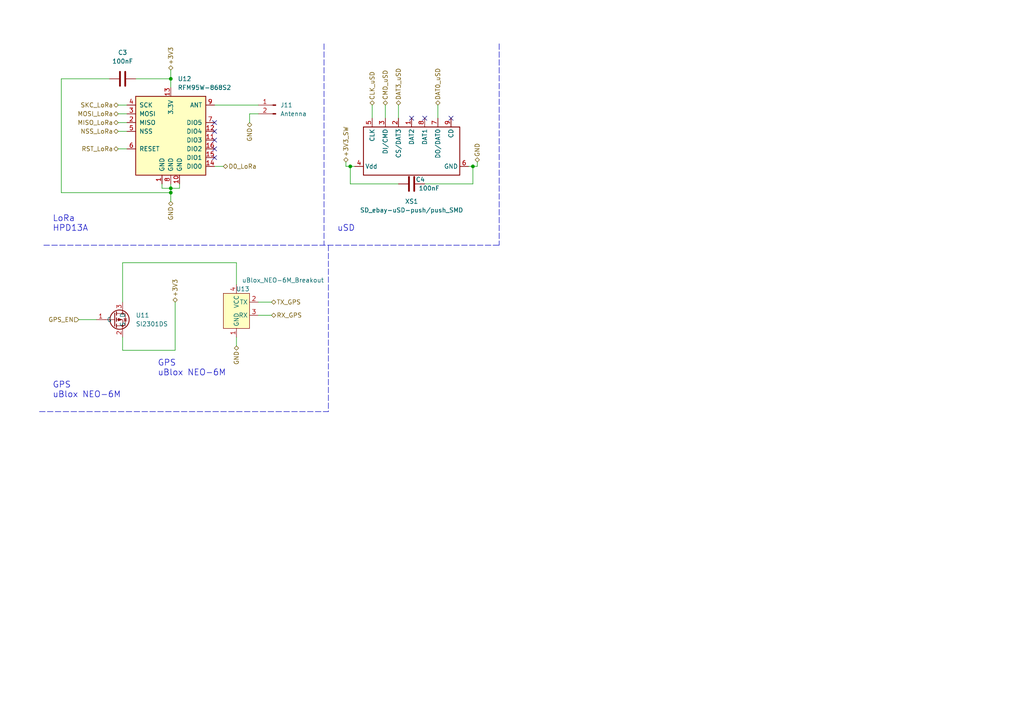
<source format=kicad_sch>
(kicad_sch (version 20211123) (generator eeschema)

  (uuid 758c1513-c11f-43e5-b570-ddb58c741ec0)

  (paper "A4")

  (title_block
    (title "mCALCAN: Placa Telemetria + GPS")
    (date "2022-10-10")
    (rev "3B_FULL")
    (company "gVIE")
    (comment 1 "Colegio: ITS Villada")
    (comment 2 "Córdoba, Argentina")
  )

  (lib_symbols
    (symbol "Connector:Conn_01x02_Male" (pin_names (offset 1.016) hide) (in_bom yes) (on_board yes)
      (property "Reference" "J" (id 0) (at 0 2.54 0)
        (effects (font (size 1.27 1.27)))
      )
      (property "Value" "Conn_01x02_Male" (id 1) (at 0 -5.08 0)
        (effects (font (size 1.27 1.27)))
      )
      (property "Footprint" "" (id 2) (at 0 0 0)
        (effects (font (size 1.27 1.27)) hide)
      )
      (property "Datasheet" "~" (id 3) (at 0 0 0)
        (effects (font (size 1.27 1.27)) hide)
      )
      (property "ki_keywords" "connector" (id 4) (at 0 0 0)
        (effects (font (size 1.27 1.27)) hide)
      )
      (property "ki_description" "Generic connector, single row, 01x02, script generated (kicad-library-utils/schlib/autogen/connector/)" (id 5) (at 0 0 0)
        (effects (font (size 1.27 1.27)) hide)
      )
      (property "ki_fp_filters" "Connector*:*_1x??_*" (id 6) (at 0 0 0)
        (effects (font (size 1.27 1.27)) hide)
      )
      (symbol "Conn_01x02_Male_1_1"
        (polyline
          (pts
            (xy 1.27 -2.54)
            (xy 0.8636 -2.54)
          )
          (stroke (width 0.1524) (type default) (color 0 0 0 0))
          (fill (type none))
        )
        (polyline
          (pts
            (xy 1.27 0)
            (xy 0.8636 0)
          )
          (stroke (width 0.1524) (type default) (color 0 0 0 0))
          (fill (type none))
        )
        (rectangle (start 0.8636 -2.413) (end 0 -2.667)
          (stroke (width 0.1524) (type default) (color 0 0 0 0))
          (fill (type outline))
        )
        (rectangle (start 0.8636 0.127) (end 0 -0.127)
          (stroke (width 0.1524) (type default) (color 0 0 0 0))
          (fill (type outline))
        )
        (pin passive line (at 5.08 0 180) (length 3.81)
          (name "Pin_1" (effects (font (size 1.27 1.27))))
          (number "1" (effects (font (size 1.27 1.27))))
        )
        (pin passive line (at 5.08 -2.54 180) (length 3.81)
          (name "Pin_2" (effects (font (size 1.27 1.27))))
          (number "2" (effects (font (size 1.27 1.27))))
        )
      )
    )
    (symbol "Device:C" (pin_numbers hide) (pin_names (offset 0.254)) (in_bom yes) (on_board yes)
      (property "Reference" "C" (id 0) (at 0.635 2.54 0)
        (effects (font (size 1.27 1.27)) (justify left))
      )
      (property "Value" "C" (id 1) (at 0.635 -2.54 0)
        (effects (font (size 1.27 1.27)) (justify left))
      )
      (property "Footprint" "" (id 2) (at 0.9652 -3.81 0)
        (effects (font (size 1.27 1.27)) hide)
      )
      (property "Datasheet" "~" (id 3) (at 0 0 0)
        (effects (font (size 1.27 1.27)) hide)
      )
      (property "ki_keywords" "cap capacitor" (id 4) (at 0 0 0)
        (effects (font (size 1.27 1.27)) hide)
      )
      (property "ki_description" "Unpolarized capacitor" (id 5) (at 0 0 0)
        (effects (font (size 1.27 1.27)) hide)
      )
      (property "ki_fp_filters" "C_*" (id 6) (at 0 0 0)
        (effects (font (size 1.27 1.27)) hide)
      )
      (symbol "C_0_1"
        (polyline
          (pts
            (xy -2.032 -0.762)
            (xy 2.032 -0.762)
          )
          (stroke (width 0.508) (type default) (color 0 0 0 0))
          (fill (type none))
        )
        (polyline
          (pts
            (xy -2.032 0.762)
            (xy 2.032 0.762)
          )
          (stroke (width 0.508) (type default) (color 0 0 0 0))
          (fill (type none))
        )
      )
      (symbol "C_1_1"
        (pin passive line (at 0 3.81 270) (length 2.794)
          (name "~" (effects (font (size 1.27 1.27))))
          (number "1" (effects (font (size 1.27 1.27))))
        )
        (pin passive line (at 0 -3.81 90) (length 2.794)
          (name "~" (effects (font (size 1.27 1.27))))
          (number "2" (effects (font (size 1.27 1.27))))
        )
      )
    )
    (symbol "RF_Module:RFM95W-868S2" (pin_names (offset 1.016)) (in_bom yes) (on_board yes)
      (property "Reference" "U" (id 0) (at -10.414 11.684 0)
        (effects (font (size 1.27 1.27)) (justify left))
      )
      (property "Value" "RFM95W-868S2" (id 1) (at 1.524 11.43 0)
        (effects (font (size 1.27 1.27)) (justify left))
      )
      (property "Footprint" "" (id 2) (at -83.82 41.91 0)
        (effects (font (size 1.27 1.27)) hide)
      )
      (property "Datasheet" "https://www.hoperf.com/data/upload/portal/20181127/5bfcbea20e9ef.pdf" (id 3) (at -83.82 41.91 0)
        (effects (font (size 1.27 1.27)) hide)
      )
      (property "ki_keywords" "Low power long range transceiver module" (id 4) (at 0 0 0)
        (effects (font (size 1.27 1.27)) hide)
      )
      (property "ki_description" "Low power long range transceiver module, SPI and parallel interface, 868 MHz, spreading factor 6 to12, bandwith 7.8 to 500kHz, -111 to -148 dBm, SMD-16, DIP-16" (id 5) (at 0 0 0)
        (effects (font (size 1.27 1.27)) hide)
      )
      (property "ki_fp_filters" "HOPERF*RFM9XW*" (id 6) (at 0 0 0)
        (effects (font (size 1.27 1.27)) hide)
      )
      (symbol "RFM95W-868S2_0_1"
        (rectangle (start -10.16 10.16) (end 10.16 -12.7)
          (stroke (width 0.254) (type default) (color 0 0 0 0))
          (fill (type background))
        )
      )
      (symbol "RFM95W-868S2_1_1"
        (pin power_in line (at -2.54 -15.24 90) (length 2.54)
          (name "GND" (effects (font (size 1.27 1.27))))
          (number "1" (effects (font (size 1.27 1.27))))
        )
        (pin power_in line (at 2.54 -15.24 90) (length 2.54)
          (name "GND" (effects (font (size 1.27 1.27))))
          (number "10" (effects (font (size 1.27 1.27))))
        )
        (pin bidirectional line (at 12.7 -2.54 180) (length 2.54)
          (name "DIO3" (effects (font (size 1.27 1.27))))
          (number "11" (effects (font (size 1.27 1.27))))
        )
        (pin bidirectional line (at 12.7 0 180) (length 2.54)
          (name "DIO4" (effects (font (size 1.27 1.27))))
          (number "12" (effects (font (size 1.27 1.27))))
        )
        (pin power_in line (at 0 12.7 270) (length 2.54)
          (name "3.3V" (effects (font (size 1.27 1.27))))
          (number "13" (effects (font (size 1.27 1.27))))
        )
        (pin bidirectional line (at 12.7 -10.16 180) (length 2.54)
          (name "DIO0" (effects (font (size 1.27 1.27))))
          (number "14" (effects (font (size 1.27 1.27))))
        )
        (pin bidirectional line (at 12.7 -7.62 180) (length 2.54)
          (name "DIO1" (effects (font (size 1.27 1.27))))
          (number "15" (effects (font (size 1.27 1.27))))
        )
        (pin bidirectional line (at 12.7 -5.08 180) (length 2.54)
          (name "DIO2" (effects (font (size 1.27 1.27))))
          (number "16" (effects (font (size 1.27 1.27))))
        )
        (pin output line (at -12.7 2.54 0) (length 2.54)
          (name "MISO" (effects (font (size 1.27 1.27))))
          (number "2" (effects (font (size 1.27 1.27))))
        )
        (pin input line (at -12.7 5.08 0) (length 2.54)
          (name "MOSI" (effects (font (size 1.27 1.27))))
          (number "3" (effects (font (size 1.27 1.27))))
        )
        (pin input line (at -12.7 7.62 0) (length 2.54)
          (name "SCK" (effects (font (size 1.27 1.27))))
          (number "4" (effects (font (size 1.27 1.27))))
        )
        (pin input line (at -12.7 0 0) (length 2.54)
          (name "NSS" (effects (font (size 1.27 1.27))))
          (number "5" (effects (font (size 1.27 1.27))))
        )
        (pin bidirectional line (at -12.7 -5.08 0) (length 2.54)
          (name "RESET" (effects (font (size 1.27 1.27))))
          (number "6" (effects (font (size 1.27 1.27))))
        )
        (pin bidirectional line (at 12.7 2.54 180) (length 2.54)
          (name "DIO5" (effects (font (size 1.27 1.27))))
          (number "7" (effects (font (size 1.27 1.27))))
        )
        (pin power_in line (at 0 -15.24 90) (length 2.54)
          (name "GND" (effects (font (size 1.27 1.27))))
          (number "8" (effects (font (size 1.27 1.27))))
        )
        (pin bidirectional line (at 12.7 7.62 180) (length 2.54)
          (name "ANT" (effects (font (size 1.27 1.27))))
          (number "9" (effects (font (size 1.27 1.27))))
        )
      )
    )
    (symbol "mCALCAN_lib:SD_ebay-uSD-push{brace}slash}push_SMD" (in_bom yes) (on_board yes)
      (property "Reference" "XS" (id 0) (at 5.715 -14.605 0)
        (effects (font (size 1.27 1.27)))
      )
      (property "Value" "SD_ebay-uSD-push{brace}slash}push_SMD" (id 1) (at -8.255 0 90)
        (effects (font (size 1.27 1.27)))
      )
      (property "Footprint" "Connectors:Conn_uSDcard" (id 2) (at 0 0 0)
        (effects (font (size 0.254 0.254)) hide)
      )
      (property "Datasheet" "_" (id 3) (at 0 0 0)
        (effects (font (size 0.254 0.254)) hide)
      )
      (property "Manf#" "_" (id 4) (at 0 0 0)
        (effects (font (size 0.254 0.254)) hide)
      )
      (property "Manf" "ebay" (id 5) (at 0 0 0)
        (effects (font (size 0.254 0.254)) hide)
      )
      (symbol "SD_ebay-uSD-push{brace}slash}push_SMD_0_0"
        (rectangle (start -6.35 13.97) (end 7.62 -13.97)
          (stroke (width 0.254) (type default) (color 0 0 0 0))
          (fill (type none))
        )
      )
      (symbol "SD_ebay-uSD-push{brace}slash}push_SMD_1_1"
        (pin bidirectional line (at 10.16 0 180) (length 2.54)
          (name "DAT2" (effects (font (size 1.27 1.27))))
          (number "1" (effects (font (size 1.27 1.27))))
        )
        (pin input line (at 10.16 3.81 180) (length 2.54)
          (name "CS/DAT3" (effects (font (size 1.27 1.27))))
          (number "2" (effects (font (size 1.27 1.27))))
        )
        (pin input line (at 10.16 7.62 180) (length 2.54)
          (name "DI/CMD" (effects (font (size 1.27 1.27))))
          (number "3" (effects (font (size 1.27 1.27))))
        )
        (pin input line (at -3.81 16.51 270) (length 2.54)
          (name "Vdd" (effects (font (size 1.27 1.27))))
          (number "4" (effects (font (size 1.27 1.27))))
        )
        (pin input line (at 10.16 11.43 180) (length 2.54)
          (name "CLK" (effects (font (size 1.27 1.27))))
          (number "5" (effects (font (size 1.27 1.27))))
        )
        (pin input line (at -3.81 -16.51 90) (length 2.54)
          (name "GND" (effects (font (size 1.27 1.27))))
          (number "6" (effects (font (size 1.27 1.27))))
        )
        (pin input line (at 10.16 -7.62 180) (length 2.54)
          (name "DO/DAT0" (effects (font (size 1.27 1.27))))
          (number "7" (effects (font (size 1.27 1.27))))
        )
        (pin bidirectional line (at 10.16 -3.81 180) (length 2.54)
          (name "DAT1" (effects (font (size 1.27 1.27))))
          (number "8" (effects (font (size 1.27 1.27))))
        )
        (pin input line (at 10.16 -11.43 180) (length 2.54)
          (name "CD" (effects (font (size 1.27 1.27))))
          (number "9" (effects (font (size 1.27 1.27))))
        )
      )
    )
    (symbol "mCALCAN_lib:SI2301DS" (in_bom yes) (on_board yes)
      (property "Reference" "U" (id 0) (at 2.54 -1.27 0)
        (effects (font (size 1.27 1.27)))
      )
      (property "Value" "SI2301DS" (id 1) (at 6.35 1.27 0)
        (effects (font (size 1.27 1.27)))
      )
      (property "Footprint" "" (id 2) (at 0 12.7 0)
        (effects (font (size 1.27 1.27)) hide)
      )
      (property "Datasheet" "" (id 3) (at 0 12.7 0)
        (effects (font (size 1.27 1.27)) hide)
      )
      (symbol "SI2301DS_0_1"
        (circle (center -0.889 0) (radius 2.794)
          (stroke (width 0.254) (type default) (color 0 0 0 0))
          (fill (type none))
        )
        (circle (center 0 -1.778) (radius 0.254)
          (stroke (width 0) (type default) (color 0 0 0 0))
          (fill (type outline))
        )
        (polyline
          (pts
            (xy -2.286 0)
            (xy -5.08 0)
          )
          (stroke (width 0) (type default) (color 0 0 0 0))
          (fill (type none))
        )
        (polyline
          (pts
            (xy -2.286 1.905)
            (xy -2.286 -1.905)
          )
          (stroke (width 0.254) (type default) (color 0 0 0 0))
          (fill (type none))
        )
        (polyline
          (pts
            (xy -1.778 -1.27)
            (xy -1.778 -2.286)
          )
          (stroke (width 0.254) (type default) (color 0 0 0 0))
          (fill (type none))
        )
        (polyline
          (pts
            (xy -1.778 0.508)
            (xy -1.778 -0.508)
          )
          (stroke (width 0.254) (type default) (color 0 0 0 0))
          (fill (type none))
        )
        (polyline
          (pts
            (xy -1.778 2.286)
            (xy -1.778 1.27)
          )
          (stroke (width 0.254) (type default) (color 0 0 0 0))
          (fill (type none))
        )
        (polyline
          (pts
            (xy 0 2.54)
            (xy 0 1.778)
          )
          (stroke (width 0) (type default) (color 0 0 0 0))
          (fill (type none))
        )
        (polyline
          (pts
            (xy 0 -2.54)
            (xy 0 0)
            (xy -1.778 0)
          )
          (stroke (width 0) (type default) (color 0 0 0 0))
          (fill (type none))
        )
        (polyline
          (pts
            (xy -1.778 1.778)
            (xy 0.762 1.778)
            (xy 0.762 -1.778)
            (xy -1.778 -1.778)
          )
          (stroke (width 0) (type default) (color 0 0 0 0))
          (fill (type none))
        )
        (polyline
          (pts
            (xy -0.254 0)
            (xy -1.27 0.381)
            (xy -1.27 -0.381)
            (xy -0.254 0)
          )
          (stroke (width 0) (type default) (color 0 0 0 0))
          (fill (type outline))
        )
        (polyline
          (pts
            (xy 0.254 -0.508)
            (xy 0.381 -0.381)
            (xy 1.143 -0.381)
            (xy 1.27 -0.254)
          )
          (stroke (width 0) (type default) (color 0 0 0 0))
          (fill (type none))
        )
        (polyline
          (pts
            (xy 0.762 -0.381)
            (xy 0.381 0.254)
            (xy 1.143 0.254)
            (xy 0.762 -0.381)
          )
          (stroke (width 0) (type default) (color 0 0 0 0))
          (fill (type none))
        )
        (circle (center 0 1.778) (radius 0.254)
          (stroke (width 0) (type default) (color 0 0 0 0))
          (fill (type outline))
        )
      )
      (symbol "SI2301DS_1_1"
        (pin input line (at -7.62 0 0) (length 2.54)
          (name "G" (effects (font (size 1.27 1.27))))
          (number "1" (effects (font (size 1.27 1.27))))
        )
        (pin passive line (at 0 -5.08 90) (length 2.54)
          (name "S" (effects (font (size 1.27 1.27))))
          (number "2" (effects (font (size 1.27 1.27))))
        )
        (pin passive line (at 0 5.08 270) (length 2.54)
          (name "D" (effects (font (size 1.27 1.27))))
          (number "3" (effects (font (size 1.27 1.27))))
        )
      )
    )
    (symbol "mCALCAN_lib:uBlox_NEO-6M_Breakout" (in_bom yes) (on_board yes)
      (property "Reference" "U" (id 0) (at 2.54 8.89 0)
        (effects (font (size 1.27 1.27)))
      )
      (property "Value" "uBlox_NEO-6M_Breakout" (id 1) (at 12.7 11.43 0)
        (effects (font (size 1.27 1.27)))
      )
      (property "Footprint" "" (id 2) (at -1.27 2.54 0)
        (effects (font (size 1.27 1.27)) hide)
      )
      (property "Datasheet" "" (id 3) (at -1.27 2.54 0)
        (effects (font (size 1.27 1.27)) hide)
      )
      (symbol "uBlox_NEO-6M_Breakout_0_1"
        (rectangle (start -3.81 5.08) (end 3.81 -5.08)
          (stroke (width 0) (type default) (color 0 0 0 0))
          (fill (type background))
        )
      )
      (symbol "uBlox_NEO-6M_Breakout_1_1"
        (pin power_in line (at 0 -7.62 90) (length 2.54)
          (name "GND" (effects (font (size 1.27 1.27))))
          (number "1" (effects (font (size 1.27 1.27))))
        )
        (pin output line (at 6.35 2.54 180) (length 2.54)
          (name "TX" (effects (font (size 1.27 1.27))))
          (number "2" (effects (font (size 1.27 1.27))))
        )
        (pin input line (at 6.35 -1.27 180) (length 2.54)
          (name "RX" (effects (font (size 1.27 1.27))))
          (number "3" (effects (font (size 1.27 1.27))))
        )
        (pin power_in line (at 0 7.62 270) (length 2.54)
          (name "VCC" (effects (font (size 1.27 1.27))))
          (number "4" (effects (font (size 1.27 1.27))))
        )
      )
    )
  )

  (junction (at 101.6 48.26) (diameter 0) (color 0 0 0 0)
    (uuid 218c6066-3e59-46da-8c69-fffecc55d6eb)
  )
  (junction (at 49.53 22.86) (diameter 0) (color 0 0 0 0)
    (uuid 2d0f3877-5610-436f-ae3f-24fe5706ae72)
  )
  (junction (at 137.16 48.26) (diameter 0) (color 0 0 0 0)
    (uuid 69ae0676-0d26-4d62-8d9e-b3035e2bd553)
  )
  (junction (at 49.53 54.61) (diameter 0) (color 0 0 0 0)
    (uuid 707be7ae-ec59-4204-81af-48212717dd9d)
  )
  (junction (at 49.53 55.88) (diameter 0) (color 0 0 0 0)
    (uuid b81f39b6-71dd-4452-999c-769d301895a9)
  )

  (no_connect (at 130.81 34.29) (uuid 1209f6e3-0717-4a17-be6e-4e41f84c346a))
  (no_connect (at 123.19 34.29) (uuid 1209f6e3-0717-4a17-be6e-4e41f84c346b))
  (no_connect (at 119.38 34.29) (uuid 1209f6e3-0717-4a17-be6e-4e41f84c346c))
  (no_connect (at 62.23 38.1) (uuid d273ebb3-58e8-45af-b8b6-fd97c97cb960))
  (no_connect (at 62.23 45.72) (uuid d273ebb3-58e8-45af-b8b6-fd97c97cb961))
  (no_connect (at 62.23 43.18) (uuid d273ebb3-58e8-45af-b8b6-fd97c97cb962))
  (no_connect (at 62.23 40.64) (uuid d273ebb3-58e8-45af-b8b6-fd97c97cb963))
  (no_connect (at 62.23 35.56) (uuid d273ebb3-58e8-45af-b8b6-fd97c97cb964))

  (wire (pts (xy 127 30.48) (xy 127 34.29))
    (stroke (width 0) (type default) (color 0 0 0 0))
    (uuid 183a4682-212c-4139-98d9-dd373c929022)
  )
  (wire (pts (xy 74.93 91.44) (xy 78.74 91.44))
    (stroke (width 0) (type default) (color 0 0 0 0))
    (uuid 1975351b-840b-4e5f-a725-d2893858f872)
  )
  (wire (pts (xy 17.78 22.86) (xy 17.78 55.88))
    (stroke (width 0) (type default) (color 0 0 0 0))
    (uuid 1e32fdd4-2ea9-46c3-89a3-f85ba59f5250)
  )
  (wire (pts (xy 72.39 33.02) (xy 74.93 33.02))
    (stroke (width 0) (type default) (color 0 0 0 0))
    (uuid 1e977860-7a58-46ec-bb32-dd58c25dfb86)
  )
  (wire (pts (xy 46.99 53.34) (xy 46.99 54.61))
    (stroke (width 0) (type default) (color 0 0 0 0))
    (uuid 2f2c4ad9-ddb8-41ec-98d7-f76dea5d254d)
  )
  (wire (pts (xy 35.56 87.63) (xy 35.56 76.2))
    (stroke (width 0) (type default) (color 0 0 0 0))
    (uuid 33c0f721-931e-48dd-a521-0ea8ec3da03b)
  )
  (wire (pts (xy 49.53 54.61) (xy 49.53 55.88))
    (stroke (width 0) (type default) (color 0 0 0 0))
    (uuid 371a7746-8ef5-436c-8d45-285e2c456764)
  )
  (wire (pts (xy 74.93 87.63) (xy 78.74 87.63))
    (stroke (width 0) (type default) (color 0 0 0 0))
    (uuid 3761cd20-c69a-474c-91fc-894b62d3ac1f)
  )
  (polyline (pts (xy 11.43 119.38) (xy 95.25 119.38))
    (stroke (width 0) (type default) (color 0 0 0 0))
    (uuid 391d3cd7-cfd2-4dc7-af8f-00bfa6475b6a)
  )

  (wire (pts (xy 115.57 53.34) (xy 101.6 53.34))
    (stroke (width 0) (type default) (color 0 0 0 0))
    (uuid 39ae6786-1ccc-4387-8a90-d057179584b7)
  )
  (wire (pts (xy 72.39 35.56) (xy 72.39 33.02))
    (stroke (width 0) (type default) (color 0 0 0 0))
    (uuid 3f1c32d6-8baf-47bf-ab07-987b0b0cf9eb)
  )
  (wire (pts (xy 35.56 97.79) (xy 35.56 101.6))
    (stroke (width 0) (type default) (color 0 0 0 0))
    (uuid 4059b87d-4d5a-489a-9495-a9fda3e3ab86)
  )
  (wire (pts (xy 138.43 48.26) (xy 138.43 46.99))
    (stroke (width 0) (type default) (color 0 0 0 0))
    (uuid 426a155d-7092-4564-9d7f-7ed9e6bc5b0b)
  )
  (wire (pts (xy 101.6 48.26) (xy 100.33 48.26))
    (stroke (width 0) (type default) (color 0 0 0 0))
    (uuid 481a49ac-f171-45d4-a3bc-b8a87a6c9581)
  )
  (wire (pts (xy 34.29 35.56) (xy 36.83 35.56))
    (stroke (width 0) (type default) (color 0 0 0 0))
    (uuid 5df0fc77-5063-4c21-a898-daf5f0c7d126)
  )
  (polyline (pts (xy 93.98 12.7) (xy 93.98 71.12))
    (stroke (width 0) (type default) (color 0 0 0 0))
    (uuid 624d7dfe-b62c-43d1-be54-9365187252a4)
  )

  (wire (pts (xy 62.23 48.26) (xy 64.77 48.26))
    (stroke (width 0) (type default) (color 0 0 0 0))
    (uuid 63dee9bd-446f-4230-bf8f-7f4e2a6eef44)
  )
  (polyline (pts (xy 144.78 12.7) (xy 144.78 71.12))
    (stroke (width 0) (type default) (color 0 0 0 0))
    (uuid 668b02e0-6d65-4bd5-abac-2463b7559f01)
  )

  (wire (pts (xy 34.29 30.48) (xy 36.83 30.48))
    (stroke (width 0) (type default) (color 0 0 0 0))
    (uuid 675528d0-3b42-497f-a17f-2fa4481a1833)
  )
  (wire (pts (xy 101.6 53.34) (xy 101.6 48.26))
    (stroke (width 0) (type default) (color 0 0 0 0))
    (uuid 675bf47d-8890-4d06-bdc0-13e1a2df5221)
  )
  (wire (pts (xy 49.53 55.88) (xy 49.53 58.42))
    (stroke (width 0) (type default) (color 0 0 0 0))
    (uuid 68f4c20f-1f3c-4fbc-99a9-62d9c4f6d1f6)
  )
  (wire (pts (xy 46.99 54.61) (xy 49.53 54.61))
    (stroke (width 0) (type default) (color 0 0 0 0))
    (uuid 83f0f365-73b6-47ab-b952-7aa99e561e31)
  )
  (wire (pts (xy 62.23 30.48) (xy 74.93 30.48))
    (stroke (width 0) (type default) (color 0 0 0 0))
    (uuid 880d3d91-ade7-4187-9d33-410e1d3aba53)
  )
  (wire (pts (xy 111.76 30.48) (xy 111.76 34.29))
    (stroke (width 0) (type default) (color 0 0 0 0))
    (uuid 9446be58-5835-4d9d-89d1-21d29a7b00f2)
  )
  (wire (pts (xy 68.58 97.79) (xy 68.58 100.33))
    (stroke (width 0) (type default) (color 0 0 0 0))
    (uuid 94e6e37a-59f7-4736-a426-22176fa688e9)
  )
  (wire (pts (xy 100.33 48.26) (xy 100.33 46.99))
    (stroke (width 0) (type default) (color 0 0 0 0))
    (uuid a17e794b-ab12-4576-aaa5-d5edba73a1b7)
  )
  (wire (pts (xy 68.58 76.2) (xy 68.58 82.55))
    (stroke (width 0) (type default) (color 0 0 0 0))
    (uuid a486cb51-310a-459c-8338-17c76fedc838)
  )
  (wire (pts (xy 35.56 76.2) (xy 68.58 76.2))
    (stroke (width 0) (type default) (color 0 0 0 0))
    (uuid a99b44d5-9ab2-44c7-8c29-32ab82ed8ef7)
  )
  (wire (pts (xy 49.53 22.86) (xy 49.53 25.4))
    (stroke (width 0) (type default) (color 0 0 0 0))
    (uuid ab3eb8f7-f0aa-47d8-a1b0-89d761c9401b)
  )
  (wire (pts (xy 22.86 92.71) (xy 27.94 92.71))
    (stroke (width 0) (type default) (color 0 0 0 0))
    (uuid adf2a47c-04aa-44a8-8f44-681b56faefb7)
  )
  (wire (pts (xy 102.87 48.26) (xy 101.6 48.26))
    (stroke (width 0) (type default) (color 0 0 0 0))
    (uuid bb704cfe-fafe-4bc3-b193-c9ef529b98df)
  )
  (wire (pts (xy 123.19 53.34) (xy 137.16 53.34))
    (stroke (width 0) (type default) (color 0 0 0 0))
    (uuid c1d9f4d1-14b5-4306-933b-3f26f7e9b197)
  )
  (wire (pts (xy 49.53 53.34) (xy 49.53 54.61))
    (stroke (width 0) (type default) (color 0 0 0 0))
    (uuid c3a66a4f-1f72-4e4d-8481-2a54010b1c2f)
  )
  (wire (pts (xy 137.16 48.26) (xy 138.43 48.26))
    (stroke (width 0) (type default) (color 0 0 0 0))
    (uuid c4c8a6f0-5d6f-45e8-baed-6092ebb5d574)
  )
  (wire (pts (xy 107.95 30.48) (xy 107.95 34.29))
    (stroke (width 0) (type default) (color 0 0 0 0))
    (uuid ccaf20dc-b73e-4695-b776-ff9d38ab6fbf)
  )
  (wire (pts (xy 35.56 101.6) (xy 50.8 101.6))
    (stroke (width 0) (type default) (color 0 0 0 0))
    (uuid d3993c67-ce11-4c8c-8f50-426276675c4a)
  )
  (wire (pts (xy 135.89 48.26) (xy 137.16 48.26))
    (stroke (width 0) (type default) (color 0 0 0 0))
    (uuid d53d50b5-8de4-4177-ad05-e50e115fe166)
  )
  (wire (pts (xy 115.57 30.48) (xy 115.57 34.29))
    (stroke (width 0) (type default) (color 0 0 0 0))
    (uuid da0187e6-aab7-45c6-9bad-3044d0834bea)
  )
  (wire (pts (xy 52.07 54.61) (xy 49.53 54.61))
    (stroke (width 0) (type default) (color 0 0 0 0))
    (uuid db00ab43-2b6c-4667-a6a1-b1030ff5dbb5)
  )
  (wire (pts (xy 49.53 20.32) (xy 49.53 22.86))
    (stroke (width 0) (type default) (color 0 0 0 0))
    (uuid dee864f9-13bf-43c0-9354-5a319af1e92a)
  )
  (wire (pts (xy 34.29 33.02) (xy 36.83 33.02))
    (stroke (width 0) (type default) (color 0 0 0 0))
    (uuid e0340d7d-c7ac-417f-8eb7-950bb6546478)
  )
  (wire (pts (xy 31.75 22.86) (xy 17.78 22.86))
    (stroke (width 0) (type default) (color 0 0 0 0))
    (uuid e09af9eb-89e7-46e0-ae96-e2498a75aa7e)
  )
  (wire (pts (xy 52.07 53.34) (xy 52.07 54.61))
    (stroke (width 0) (type default) (color 0 0 0 0))
    (uuid e21c28bc-4c68-46f5-a52c-274e227dfa91)
  )
  (polyline (pts (xy 95.25 71.12) (xy 95.25 119.38))
    (stroke (width 0) (type default) (color 0 0 0 0))
    (uuid e36ef450-2540-4ce7-a736-370356ff4a60)
  )

  (wire (pts (xy 17.78 55.88) (xy 49.53 55.88))
    (stroke (width 0) (type default) (color 0 0 0 0))
    (uuid e466cd25-a693-4c46-badd-67ce595c652a)
  )
  (wire (pts (xy 39.37 22.86) (xy 49.53 22.86))
    (stroke (width 0) (type default) (color 0 0 0 0))
    (uuid e62b5bf0-bd0a-461c-8eb5-d85b4ced9b68)
  )
  (polyline (pts (xy 12.7 71.12) (xy 144.78 71.12))
    (stroke (width 0) (type default) (color 0 0 0 0))
    (uuid e9470515-ac6b-4e4d-93e4-abb284be5f1b)
  )

  (wire (pts (xy 137.16 53.34) (xy 137.16 48.26))
    (stroke (width 0) (type default) (color 0 0 0 0))
    (uuid ecb51236-e22c-4174-b93b-782efb2b81d3)
  )
  (wire (pts (xy 34.29 38.1) (xy 36.83 38.1))
    (stroke (width 0) (type default) (color 0 0 0 0))
    (uuid eed73140-1556-48a8-acee-65102819c607)
  )
  (wire (pts (xy 34.29 43.18) (xy 36.83 43.18))
    (stroke (width 0) (type default) (color 0 0 0 0))
    (uuid f42b3749-08a9-4de4-b740-dcb21271b8ce)
  )
  (wire (pts (xy 50.8 87.63) (xy 50.8 101.6))
    (stroke (width 0) (type default) (color 0 0 0 0))
    (uuid f9ae2f72-da71-49c4-ae97-f46d1cf2f042)
  )

  (text "GPS\nuBlox NEO-6M" (at 15.24 115.57 0)
    (effects (font (size 1.75 1.75)) (justify left bottom))
    (uuid 0789c018-baf5-4a9a-94f8-ebb91f545f31)
  )
  (text "GPS\nuBlox NEO-6M" (at 45.72 109.22 0)
    (effects (font (size 1.75 1.75)) (justify left bottom))
    (uuid 1d0dd011-4999-4e10-bbcf-4ac5ec568d72)
  )
  (text "LoRa\nHPD13A" (at 15.24 67.31 0)
    (effects (font (size 1.75 1.75)) (justify left bottom))
    (uuid 57af1bcf-0aaa-45dc-8e4e-0044c1b7e4bc)
  )
  (text "uSD" (at 97.79 67.31 0)
    (effects (font (size 1.75 1.75)) (justify left bottom))
    (uuid b03b3205-b36e-4fab-8149-bddfd475722a)
  )

  (hierarchical_label "MISO_LoRa" (shape bidirectional) (at 34.29 35.56 180)
    (effects (font (size 1.27 1.27)) (justify right))
    (uuid 0122d9bb-e82a-49cb-a723-ffa158bfb02a)
  )
  (hierarchical_label "+3V3_SW" (shape bidirectional) (at 100.33 46.99 90)
    (effects (font (size 1.27 1.27)) (justify left))
    (uuid 05971843-437c-4304-8626-882c49f92a6a)
  )
  (hierarchical_label "GND" (shape bidirectional) (at 68.58 100.33 270)
    (effects (font (size 1.27 1.27)) (justify right))
    (uuid 085c4645-6824-4ac0-a05b-747047b61c66)
  )
  (hierarchical_label "RX_GPS" (shape bidirectional) (at 78.74 91.44 0)
    (effects (font (size 1.27 1.27)) (justify left))
    (uuid 2f4c6624-590c-4d54-9c0d-fc2cfd14483f)
  )
  (hierarchical_label "GPS_EN" (shape input) (at 22.86 92.71 180)
    (effects (font (size 1.27 1.27)) (justify right))
    (uuid 2fbc3ed2-3699-4242-b0df-8b10dd12784a)
  )
  (hierarchical_label "+3V3" (shape bidirectional) (at 49.53 20.32 90)
    (effects (font (size 1.27 1.27)) (justify left))
    (uuid 305e4e98-57c7-461a-a079-939837b25242)
  )
  (hierarchical_label "DAT0_uSD" (shape bidirectional) (at 127 30.48 90)
    (effects (font (size 1.27 1.27)) (justify left))
    (uuid 38c7ff25-d798-4753-a865-182f6deeac80)
  )
  (hierarchical_label "MOSI_LoRa" (shape bidirectional) (at 34.29 33.02 180)
    (effects (font (size 1.27 1.27)) (justify right))
    (uuid 39388723-34ea-4503-a5fd-971ba83e4f37)
  )
  (hierarchical_label "DAT3_uSD" (shape bidirectional) (at 115.57 30.48 90)
    (effects (font (size 1.27 1.27)) (justify left))
    (uuid 5d39ec59-43a9-4b75-a6d7-0c36deb171d6)
  )
  (hierarchical_label "+3V3" (shape bidirectional) (at 50.8 87.63 90)
    (effects (font (size 1.27 1.27)) (justify left))
    (uuid 5fd69c79-3a5f-40dc-9f6a-1ac488b928b4)
  )
  (hierarchical_label "NSS_LoRa" (shape bidirectional) (at 34.29 38.1 180)
    (effects (font (size 1.27 1.27)) (justify right))
    (uuid 6bacf595-48c4-429e-8a63-f1f0266c0802)
  )
  (hierarchical_label "TX_GPS" (shape bidirectional) (at 78.74 87.63 0)
    (effects (font (size 1.27 1.27)) (justify left))
    (uuid 7447f5c1-dc73-46c6-82e4-06d8657a6cb6)
  )
  (hierarchical_label "GND" (shape bidirectional) (at 138.43 46.99 90)
    (effects (font (size 1.27 1.27)) (justify left))
    (uuid 76314032-277c-4cee-80d4-6248199c2e67)
  )
  (hierarchical_label "RST_LoRa" (shape bidirectional) (at 34.29 43.18 180)
    (effects (font (size 1.27 1.27)) (justify right))
    (uuid 7efcddde-56d9-4fc4-8ef9-113a03c7ecd0)
  )
  (hierarchical_label "CLK_uSD" (shape bidirectional) (at 107.95 30.48 90)
    (effects (font (size 1.27 1.27)) (justify left))
    (uuid a1ae19f0-6e9b-4e8d-a7b6-a86d690a8f33)
  )
  (hierarchical_label "CMD_uSD" (shape bidirectional) (at 111.76 30.48 90)
    (effects (font (size 1.27 1.27)) (justify left))
    (uuid d90630bd-59a0-4c91-b10f-e87f8b5f1b34)
  )
  (hierarchical_label "GND" (shape bidirectional) (at 49.53 58.42 270)
    (effects (font (size 1.27 1.27)) (justify right))
    (uuid da1dc0ba-157d-4c83-aebe-7d6d1a1a89e5)
  )
  (hierarchical_label "GND" (shape bidirectional) (at 72.39 35.56 270)
    (effects (font (size 1.27 1.27)) (justify right))
    (uuid de02494c-ea82-4b73-9ce4-3bf9451c9a98)
  )
  (hierarchical_label "D0_LoRa" (shape bidirectional) (at 64.77 48.26 0)
    (effects (font (size 1.27 1.27)) (justify left))
    (uuid e172c362-2562-48cb-8eaf-7d5313e9c70a)
  )
  (hierarchical_label "SKC_LoRa" (shape bidirectional) (at 34.29 30.48 180)
    (effects (font (size 1.27 1.27)) (justify right))
    (uuid eb514510-97b1-4ba5-a3d4-51eb4547d69c)
  )

  (symbol (lib_id "Connector:Conn_01x02_Male") (at 80.01 30.48 0) (mirror y) (unit 1)
    (in_bom yes) (on_board yes) (fields_autoplaced)
    (uuid 0f0e0571-3450-4c8c-b101-4a6d2e7728c1)
    (property "Reference" "J11" (id 0) (at 81.28 30.4799 0)
      (effects (font (size 1.27 1.27)) (justify right))
    )
    (property "Value" "Antenna" (id 1) (at 81.28 33.0199 0)
      (effects (font (size 1.27 1.27)) (justify right))
    )
    (property "Footprint" "Connector_Coaxial:U.FL_Molex_MCRF_73412-0110_Vertical" (id 2) (at 80.01 30.48 0)
      (effects (font (size 1.27 1.27)) hide)
    )
    (property "Datasheet" "~" (id 3) (at 80.01 30.48 0)
      (effects (font (size 1.27 1.27)) hide)
    )
    (pin "1" (uuid f0847d95-5bc5-45c0-96be-f6906ca18371))
    (pin "2" (uuid 5cdc482c-f8e5-496d-9858-83b26d501326))
  )

  (symbol (lib_id "Device:C") (at 35.56 22.86 90) (unit 1)
    (in_bom yes) (on_board yes) (fields_autoplaced)
    (uuid 544c09fd-e5f9-4f3d-a50a-9f515f63c96d)
    (property "Reference" "C3" (id 0) (at 35.56 15.24 90))
    (property "Value" "100nF" (id 1) (at 35.56 17.78 90))
    (property "Footprint" "Capacitor_SMD:C_0805_2012Metric_Pad1.18x1.45mm_HandSolder" (id 2) (at 39.37 21.8948 0)
      (effects (font (size 1.27 1.27)) hide)
    )
    (property "Datasheet" "~" (id 3) (at 35.56 22.86 0)
      (effects (font (size 1.27 1.27)) hide)
    )
    (pin "1" (uuid 8e3578fd-03be-4121-8517-a0591c50e0a1))
    (pin "2" (uuid 66ebf760-90b6-47d1-a10f-275435deb7f1))
  )

  (symbol (lib_id "mCALCAN_lib:SI2301DS") (at 35.56 92.71 0) (unit 1)
    (in_bom yes) (on_board yes) (fields_autoplaced)
    (uuid 5d299271-e559-4018-9032-dae8390d8c16)
    (property "Reference" "U11" (id 0) (at 39.37 91.4399 0)
      (effects (font (size 1.27 1.27)) (justify left))
    )
    (property "Value" "SI2301DS" (id 1) (at 39.37 93.9799 0)
      (effects (font (size 1.27 1.27)) (justify left))
    )
    (property "Footprint" "Package_TO_SOT_SMD:SOT-23" (id 2) (at 35.56 80.01 0)
      (effects (font (size 1.27 1.27)) hide)
    )
    (property "Datasheet" "" (id 3) (at 35.56 80.01 0)
      (effects (font (size 1.27 1.27)) hide)
    )
    (pin "1" (uuid 131edef7-64c2-458c-a768-2d77651e4199))
    (pin "2" (uuid e640bc5e-5816-4a64-bc0c-6052fbd782fe))
    (pin "3" (uuid 328c81a0-0db3-4739-add5-70a38270d5c4))
  )

  (symbol (lib_id "RF_Module:RFM95W-868S2") (at 49.53 38.1 0) (unit 1)
    (in_bom yes) (on_board yes) (fields_autoplaced)
    (uuid 829dcda0-75d1-4775-a6fe-1d11c63bf363)
    (property "Reference" "U12" (id 0) (at 51.5494 22.86 0)
      (effects (font (size 1.27 1.27)) (justify left))
    )
    (property "Value" "RFM95W-868S2" (id 1) (at 51.5494 25.4 0)
      (effects (font (size 1.27 1.27)) (justify left))
    )
    (property "Footprint" "RF_Module:HOPERF_RFM9XW_SMD" (id 2) (at -34.29 -3.81 0)
      (effects (font (size 1.27 1.27)) hide)
    )
    (property "Datasheet" "https://www.hoperf.com/data/upload/portal/20181127/5bfcbea20e9ef.pdf" (id 3) (at -34.29 -3.81 0)
      (effects (font (size 1.27 1.27)) hide)
    )
    (pin "1" (uuid 1b0c30e5-c525-4b1a-9539-bd22b90ad830))
    (pin "10" (uuid aab5082c-5db0-4579-bc7f-5e27752607d0))
    (pin "11" (uuid 0a211f0d-3ad3-4894-acdf-cd1572427048))
    (pin "12" (uuid 1eacb784-c258-47a7-b77a-15e0f93e62a5))
    (pin "13" (uuid 8e68f3f0-d431-4346-970c-53c8023fa28f))
    (pin "14" (uuid 8245fc60-059f-4185-81db-cae7ca624c64))
    (pin "15" (uuid 944f5e9f-0efd-4268-9de0-5834d05aee60))
    (pin "16" (uuid 254d2c66-4ca0-4c60-bd20-a34f53c2376a))
    (pin "2" (uuid c768d456-ffb6-4cee-bf28-20b0bc9c48d7))
    (pin "3" (uuid 40a94cfa-b19f-469b-a628-279d97a530b4))
    (pin "4" (uuid 0456e416-586c-4d48-afc2-32a3f2794ca8))
    (pin "5" (uuid 9b682a0e-774a-4d01-92ab-e982697fec07))
    (pin "6" (uuid 0b9aeaaa-31db-454a-bc60-dfebe2430788))
    (pin "7" (uuid d645fac6-9c23-465a-9a83-619bc296f869))
    (pin "8" (uuid f54f4afb-cd68-474e-9399-a4b1988490af))
    (pin "9" (uuid c0fddf97-da5c-4899-9d44-17d5171de793))
  )

  (symbol (lib_id "mCALCAN_lib:SD_ebay-uSD-push{brace}slash}push_SMD") (at 119.38 44.45 90) (unit 1)
    (in_bom yes) (on_board yes)
    (uuid 967d0636-c80a-431d-8e9a-77b9caba64a6)
    (property "Reference" "XS1" (id 0) (at 119.38 58.42 90))
    (property "Value" "SD_ebay-uSD-push{slash}push_SMD" (id 1) (at 119.38 60.96 90))
    (property "Footprint" "mCALCAN_lib:Conn_uSDcard" (id 2) (at 119.38 44.45 0)
      (effects (font (size 0.254 0.254)) hide)
    )
    (property "Datasheet" "_" (id 3) (at 119.38 44.45 0)
      (effects (font (size 0.254 0.254)) hide)
    )
    (property "Manf#" "_" (id 4) (at 119.38 44.45 0)
      (effects (font (size 0.254 0.254)) hide)
    )
    (property "Manf" "ebay" (id 5) (at 119.38 44.45 0)
      (effects (font (size 0.254 0.254)) hide)
    )
    (pin "1" (uuid adae7ff4-83ba-46d2-97f0-2b18749c50de))
    (pin "2" (uuid 1881d210-33ab-42c2-be0a-c26640821bbe))
    (pin "3" (uuid 6b89319e-65d9-447a-8758-68d2df5e8192))
    (pin "4" (uuid 2f84f3bc-a96a-4196-97c4-48051a44d2d0))
    (pin "5" (uuid ebe695b9-a476-4700-87cd-e9e4f754bc14))
    (pin "6" (uuid ff541d2c-961a-4852-aa99-cffe0be965a0))
    (pin "7" (uuid 5e480baa-98c4-4d28-88a0-17185cea8c9c))
    (pin "8" (uuid f002df1d-bd39-4b4f-88ed-251557e7aff2))
    (pin "9" (uuid b13654cb-b46f-4daa-9459-ec591c14a566))
  )

  (symbol (lib_id "mCALCAN_lib:uBlox_NEO-6M_Breakout") (at 68.58 90.17 0) (unit 1)
    (in_bom yes) (on_board yes)
    (uuid c4387050-783c-46a5-9b18-685024ac24f0)
    (property "Reference" "U13" (id 0) (at 72.39 83.82 0)
      (effects (font (size 1.27 1.27)) (justify right))
    )
    (property "Value" "uBlox_NEO-6M_Breakout" (id 1) (at 93.98 81.28 0)
      (effects (font (size 1.27 1.27)) (justify right))
    )
    (property "Footprint" "mCALCAN_lib:uBlox-NEO-6M_Breakout" (id 2) (at 67.31 87.63 0)
      (effects (font (size 1.27 1.27)) hide)
    )
    (property "Datasheet" "" (id 3) (at 67.31 87.63 0)
      (effects (font (size 1.27 1.27)) hide)
    )
    (pin "1" (uuid 9256f050-c7ba-4d5d-925b-4cdbcc53fb8b))
    (pin "2" (uuid 20b76b5e-168e-4ba3-9ae6-953af761b6e5))
    (pin "3" (uuid 763cd3b5-c437-4e67-aefd-60c73f0659b5))
    (pin "4" (uuid 5e83dd69-2a70-437b-8407-a729bda6cf92))
  )

  (symbol (lib_id "Device:C") (at 119.38 53.34 90) (unit 1)
    (in_bom yes) (on_board yes)
    (uuid d8b8afc6-f4ba-445a-bc7e-c41dfa2d7429)
    (property "Reference" "C4" (id 0) (at 121.92 52.07 90))
    (property "Value" "100nF" (id 1) (at 124.46 54.61 90))
    (property "Footprint" "Capacitor_SMD:C_0805_2012Metric_Pad1.18x1.45mm_HandSolder" (id 2) (at 123.19 52.3748 0)
      (effects (font (size 1.27 1.27)) hide)
    )
    (property "Datasheet" "~" (id 3) (at 119.38 53.34 0)
      (effects (font (size 1.27 1.27)) hide)
    )
    (pin "1" (uuid 41c3ad76-f846-43aa-a6b6-5028161d3290))
    (pin "2" (uuid 9fc69d2e-8db0-49e4-b557-ae3174380558))
  )
)

</source>
